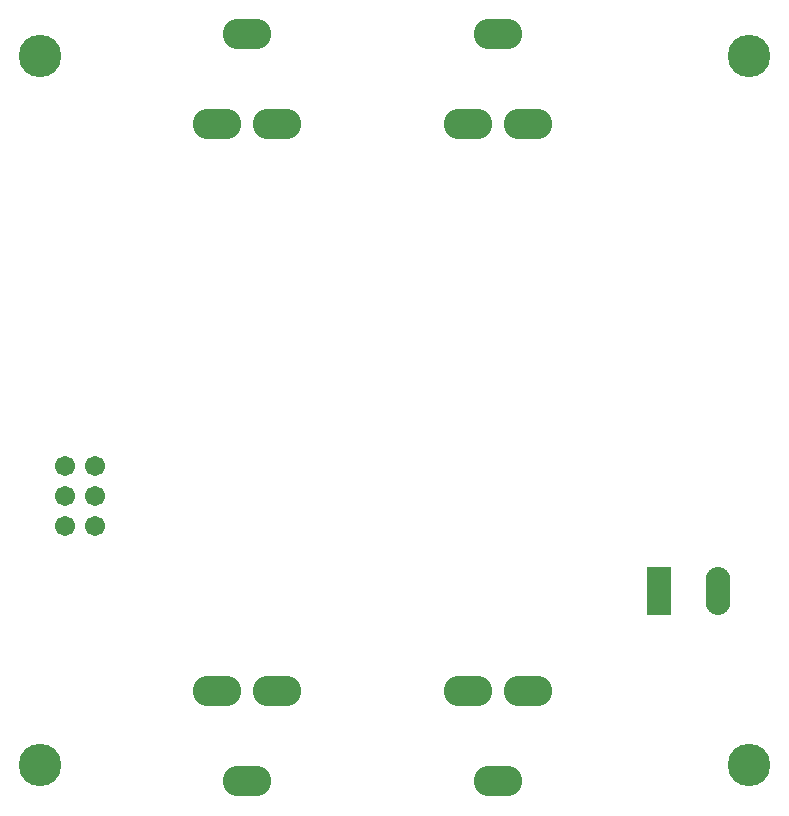
<source format=gbs>
G04 #@! TF.GenerationSoftware,KiCad,Pcbnew,(5.1.5)-3*
G04 #@! TF.CreationDate,2020-09-03T09:53:24+02:00*
G04 #@! TF.ProjectId,chargemod-hw,63686172-6765-46d6-9f64-2d68772e6b69,rev?*
G04 #@! TF.SameCoordinates,Original*
G04 #@! TF.FileFunction,Soldermask,Bot*
G04 #@! TF.FilePolarity,Negative*
%FSLAX46Y46*%
G04 Gerber Fmt 4.6, Leading zero omitted, Abs format (unit mm)*
G04 Created by KiCad (PCBNEW (5.1.5)-3) date 2020-09-03 09:53:24*
%MOMM*%
%LPD*%
G04 APERTURE LIST*
%ADD10O,4.100000X2.600000*%
%ADD11C,1.711200*%
%ADD12C,3.600000*%
%ADD13O,2.080000X4.060000*%
%ADD14R,2.080000X4.060000*%
G04 APERTURE END LIST*
D10*
X135775000Y-75480000D03*
X133235000Y-83100000D03*
X138315000Y-83100000D03*
X135775000Y-138720000D03*
X138315000Y-131100000D03*
X133235000Y-131100000D03*
X114525000Y-75480000D03*
X111985000Y-83100000D03*
X117065000Y-83100000D03*
X114525000Y-138720000D03*
X117065000Y-131100000D03*
X111985000Y-131100000D03*
D11*
X99105000Y-112035000D03*
X99105000Y-114575000D03*
X99105000Y-117115000D03*
X101645000Y-112035000D03*
X101645000Y-114575000D03*
X101645000Y-117115000D03*
D12*
X97000000Y-77325000D03*
X157000000Y-77325000D03*
X97000000Y-137325000D03*
X157000000Y-137325000D03*
D13*
X154375000Y-122575000D03*
D14*
X149375000Y-122575000D03*
M02*

</source>
